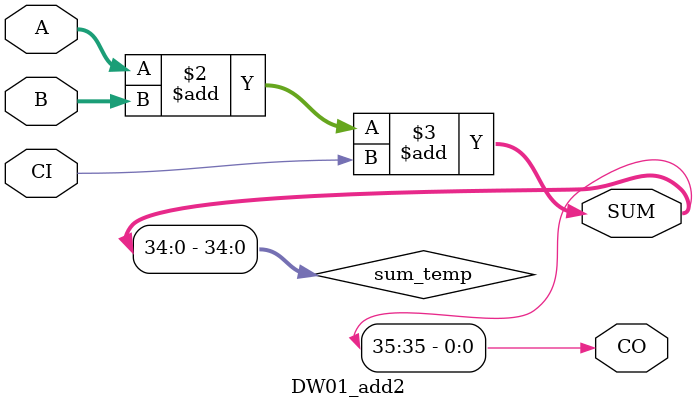
<source format=v>
module DW01_add2 (A,B,CI,SUM,CO);
  parameter width=8'b00100100;
  output [width-1 : 0] SUM;
  output CO;
  input [width-1 : 0] A;
  input [width-1 : 0] B;
  input CI;
  wire [width-1 : 0] SUM;
  reg [width-2 : 0] sum_temp;
  reg CO;
  assign SUM = {CO, sum_temp};
always @(A or B or CI)
  begin
    {CO, sum_temp} = A+B+CI;
  end
endmodule
</source>
